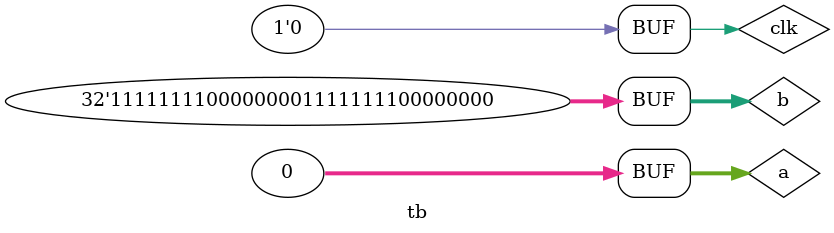
<source format=v>
module And_32(a , b , out , clk);							//working non-pipelined

	input [31:0] a , b;
	input clk;

	output [31:0] out;

	wire [31:0] out;

	assign out = a&b;

endmodule // And_32

module Or_32(a , b , out , clk);							//working non-pipelined

	input [31:0] a , b;
	input clk;

	output [31:0] out;

	wire [31:0] out;

	assign out = a|b;

endmodule // Or_32

module Xor_32(a , b , out , clk);							//working non-pipelined

	input [31:0] a , b;
	input clk;

	output [31:0] out;

	wire [31:0] out;

	assign out = a^b;

endmodule // Xor_32

module Nand_32(a , b , out , clk);							//working non-pipelined

	input [31:0] a , b;
	input clk;

	output [31:0] out;

	wire [31:0] out;
	wire [31:0] temp;

	assign temp = a&b;
	assign out = ~temp;										//try assign out = a ~& b;

endmodule // Nand_32

module Nor_32(a , b , out , clk);							//working non-pipelined

	input [31:0] a , b;
	input clk;

	output [31:0] out;

	wire [31:0] out;
	wire [31:0] temp;

	assign temp = a|b;
	assign out = ~temp;										//try assign out = a ~| b;

endmodule // Nor_32

module Xnor_32(a , b , out , clk);							//working non-pipelined

	input [31:0] a , b;
	input clk;

	output [31:0] out;

	wire [31:0] out;
	wire [31:0] temp;

	assign temp = a^b;
	assign out = ~temp;										//try assign out = a ~^ b;

endmodule // Xnor_32

module Not_32(a , out , clk);								//working - non pipelined

	input [31:0] a;
	input clk;

	output [31:0] out;

	wire [31:0] out;

	assign out = ~a;										//try !a if ~a does not work

endmodule // Not_32

module tb();

	reg [31:0]a , b;
	reg clk;

	wire [31:0] out1 , out2 , out3 , out4 , out5 , out6 , out7 , out8;

	And_32 And(a , b , out1 , clk);

	Or_32 Or(a , b , out2 , clk);

	Xor_32 Xor(a , b , out3 , clk);

	Nand_32 Nand(a , b , out4 , clk);

	Nor_32 Nor(a , b , out5 , clk);

	Xnor_32 Xnor(a , b , out6 , clk);

	Not_32 Na(a , out7 , clk);

	Not_32 Nb(b , out8 , clk);

	initial begin

		clk = 1'b0;

	end

	initial begin

		#2

		a = 32'b00110011001100110011001100110011;
		b = 32'b11001100110011001100110011001100;

		#2

		a = 32'b11111111111111111111111111111111;
		b = 32'b11110000111100001111000011110000;

		#2

		a = 32'b01010101010101010101010101010101;
		b = 32'b10101010101010101010101010101010;

		#2

		a = 32'b00000000000000000000000000000000;
		b = 32'b11111111000000001111111100000000;

	end

	initial begin

		$monitor($time,"  a = %b , b = %b \n and = %b\nor = %b\nxor = %b\nnand = %b\nnor = %b\nxnor = %b\nnot a = %b\nnot b = %b\n\n" , a , b , out1 , out2 , out3 , out4 , out5 , out6 , out7 , out8);
		/*$monitor($time,"  a = %b , b = %b , out2 = %b\n" , a , b , out2);
		$monitor($time,"  a = %b , b = %b , out3 = %b\n" , a , b , out3);
		$monitor($time,"  a = %b , b = %b , out4 = %b\n" , a , b , out4);
		$monitor($time,"  a = %b , b = %b , out5 = %b\n" , a , b , out5);
		$monitor($time,"  a = %b , b = %b , out6 = %b\n" , a , b , out6);
		$monitor($time,"  a = %b , b = %b , out7 = %b\n" , a , b , out7);
		$monitor($time,"  a = %b , b = %b , out8 = %b\n" , a , b , out8);*/

	end

endmodule
</source>
